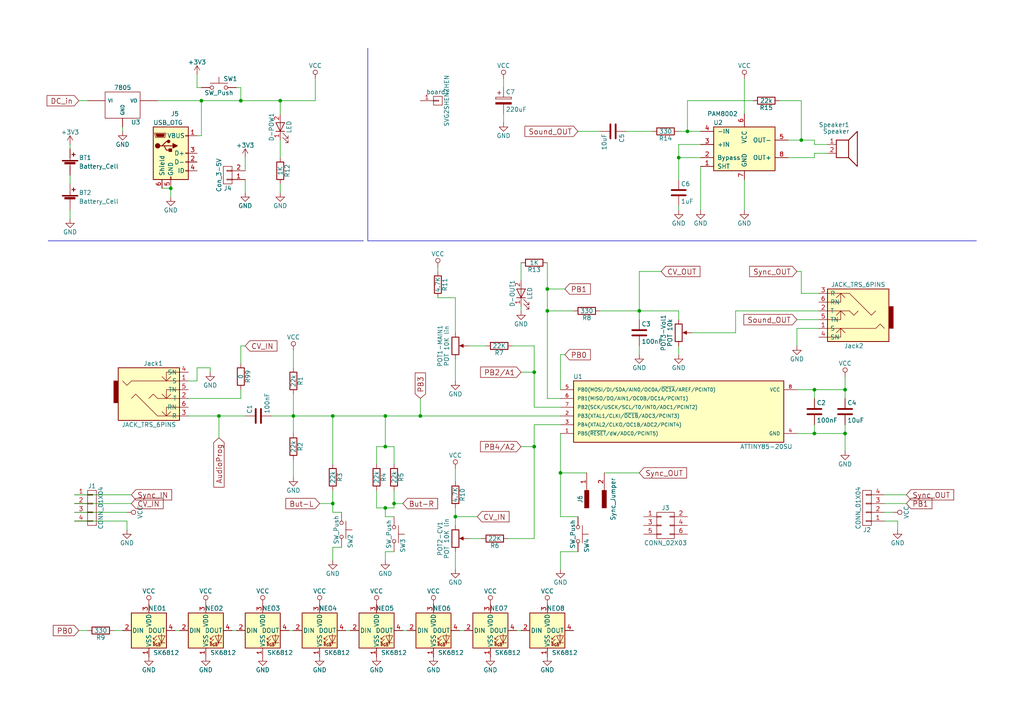
<source format=kicad_sch>
(kicad_sch (version 20230121) (generator eeschema)
  (paper "A4")
  (lib_symbols
    (symbol "MixtapeNEO-3000-rescue:+3V3" (power) (pin_names (offset 0))
      (property "Value" "+3V3" (at 0 3.556 0))
      (symbol "+3V3_1_1"
        (pin power_in line (at 0 0 90) (length 0) hide (name "+3V3") (number "1"))
      )
    )
    (symbol "MixtapeNEO-3000-rescue:7805" (pin_numbers hide) (pin_names (offset 0.762))
      (property "Reference" "U" (at 3.81 -4.9784 0))
      (property "Value" "7805" (at 0 5.08 0))
      (symbol "7805_1_1"
        (pin input line (at 0 -6.35 90) (length 2.54) (name "GND") (number "GND"))
        (pin input line (at -10.16 1.27 0) (length 5.08) (name "VI") (number "VI"))
        (pin power_out line (at 10.16 1.27 180) (length 5.08) (name "VO") (number "VO"))
      )
    )
    (symbol "MixtapeNEO-3000-rescue:ATTINY85-20SU" (pin_names (offset 1.016))
      (property "Reference" "U" (at -29.21 10.16 0))
      (property "Value" "ATTINY85-20SU" (at 25.4 -10.16 0))
      (symbol "ATTINY85-20SU_1_1"
        (pin bidirectional line (at -34.29 -6.35 0) (length 3.81) (name "PB5(~{RESET}/dW/ADC0/PCINT5)") (number "1"))
        (pin bidirectional line (at -34.29 -1.27 0) (length 3.81) (name "PB3(XTAL1/CLKI/~{OC1B}/ADC3/PCINT3)") (number "2"))
        (pin bidirectional line (at -34.29 -3.81 0) (length 3.81) (name "PB4(XTAL2/CLKO/OC1B/ADC2/PCINT4)") (number "3"))
        (pin power_in line (at 34.29 -6.35 180) (length 3.81) (name "GND") (number "4"))
        (pin bidirectional line (at -34.29 6.35 0) (length 3.81) (name "PB0(MOSI/DI/SDA/AIN0/OC0A/~{OC1A}/AREF/PCINT0)") (number "5"))
        (pin bidirectional line (at -34.29 3.81 0) (length 3.81) (name "PB1(MISO/DO/AIN1/OC0B/OC1A/PCINT1)") (number "6"))
        (pin bidirectional line (at -34.29 1.27 0) (length 3.81) (name "PB2(SCK/USCK/SCL/T0/INT0/ADC1/PCINT2)") (number "7"))
        (pin power_in line (at 34.29 6.35 180) (length 3.81) (name "VCC") (number "8"))
      )
    )
    (symbol "MixtapeNEO-3000-rescue:Battery_Cell" (pin_numbers hide) (pin_names (offset 0) hide)
      (property "Reference" "BT" (at 2.54 2.54 0))
      (property "Value" "Battery_Cell" (at 2.54 0 0))
      (symbol "Battery_Cell_1_1"
        (pin passive line (at 0 5.08 270) (length 2.54) (name "+") (number "1"))
        (pin passive line (at 0 -2.54 90) (length 2.54) (name "-") (number "2"))
      )
    )
    (symbol "MixtapeNEO-3000-rescue:C" (pin_numbers hide) (pin_names (offset 0.254))
      (property "Reference" "C" (at 0.635 2.54 0))
      (property "Value" "C" (at 0.635 -2.54 0))
      (symbol "C_1_1"
        (pin passive line (at 0 3.81 270) (length 2.794) (name "~") (number "1"))
        (pin passive line (at 0 -3.81 90) (length 2.794) (name "~") (number "2"))
      )
    )
    (symbol "MixtapeNEO-3000-rescue:CONN_01X01" (pin_names (offset 1.016) hide)
      (property "Reference" "J" (at 0 2.54 0))
      (property "Value" "CONN_01X01" (at 2.54 0 90))
      (symbol "CONN_01X01_1_1"
        (pin passive line (at -5.08 0 0) (length 3.81) (name "P1") (number "1"))
      )
    )
    (symbol "MixtapeNEO-3000-rescue:CONN_01X02" (pin_names (offset 1.016) hide)
      (property "Reference" "J" (at 0 3.81 0))
      (property "Value" "CONN_01X02" (at 2.54 0 90))
      (symbol "CONN_01X02_1_1"
        (pin passive line (at -5.08 1.27 0) (length 3.81) (name "P1") (number "1"))
        (pin passive line (at -5.08 -1.27 0) (length 3.81) (name "P2") (number "2"))
      )
    )
    (symbol "MixtapeNEO-3000-rescue:CONN_01X02_MALE" (pin_names (offset 1.016) hide)
      (property "Reference" "J" (at 0 4.445 0))
      (property "Value" "CONN_01X02_MALE" (at 0 -5.08 0))
      (symbol "CONN_01X02_MALE_1_1"
        (pin passive line (at 7.62 2.54 180) (length 5.08) (name "1") (number "1"))
        (pin passive line (at 7.62 -2.54 180) (length 5.08) (name "2") (number "2"))
      )
    )
    (symbol "MixtapeNEO-3000-rescue:CONN_01X04" (pin_names (offset 1.016) hide)
      (property "Reference" "J" (at 0 6.35 0))
      (property "Value" "CONN_01X04" (at 2.54 0 90))
      (symbol "CONN_01X04_1_1"
        (pin passive line (at -5.08 3.81 0) (length 3.81) (name "P1") (number "1"))
        (pin passive line (at -5.08 1.27 0) (length 3.81) (name "P2") (number "2"))
        (pin passive line (at -5.08 -1.27 0) (length 3.81) (name "P3") (number "3"))
        (pin passive line (at -5.08 -3.81 0) (length 3.81) (name "P4") (number "4"))
      )
    )
    (symbol "MixtapeNEO-3000-rescue:CONN_02X03" (pin_names (offset 0.0254) hide)
      (property "Reference" "J" (at 0 5.08 0))
      (property "Value" "CONN_02X03" (at 0 -5.08 0))
      (symbol "CONN_02X03_1_1"
        (pin passive line (at -6.35 2.54 0) (length 3.81) (name "P1") (number "1"))
        (pin passive line (at 6.35 2.54 180) (length 3.81) (name "P2") (number "2"))
        (pin passive line (at -6.35 0 0) (length 3.81) (name "P3") (number "3"))
        (pin passive line (at 6.35 0 180) (length 3.81) (name "P4") (number "4"))
        (pin passive line (at -6.35 -2.54 0) (length 3.81) (name "P5") (number "5"))
        (pin passive line (at 6.35 -2.54 180) (length 3.81) (name "P6") (number "6"))
      )
    )
    (symbol "MixtapeNEO-3000-rescue:CP" (pin_numbers hide) (pin_names (offset 0.254))
      (property "Reference" "C" (at 0.635 2.54 0))
      (property "Value" "CP" (at 0.635 -2.54 0))
      (symbol "CP_1_1"
        (pin passive line (at 0 3.81 270) (length 2.794) (name "~") (number "1"))
        (pin passive line (at 0 -3.81 90) (length 2.794) (name "~") (number "2"))
      )
    )
    (symbol "MixtapeNEO-3000-rescue:GND" (power) (pin_names (offset 0))
      (property "Value" "GND" (at 0 -3.81 0))
      (symbol "GND_1_1"
        (pin power_in line (at 0 0 270) (length 0) hide (name "GND") (number "1"))
      )
    )
    (symbol "MixtapeNEO-3000-rescue:JACK_TRS_6PINS" (pin_names (offset 0.762))
      (property "Reference" "J" (at 0 10.16 0))
      (property "Value" "JACK_TRS_6PINS" (at -1.27 -7.62 0))
      (symbol "JACK_TRS_6PINS_1_1"
        (pin passive line (at 10.16 5.08 180) (length 2.54) (name "S") (number "1"))
        (pin passive line (at 10.16 0 180) (length 2.54) (name "T") (number "2"))
        (pin passive line (at 10.16 -5.08 180) (length 2.54) (name "R") (number "3"))
        (pin passive line (at 10.16 7.62 180) (length 2.54) (name "SN") (number "4"))
        (pin passive line (at 10.16 2.54 180) (length 2.54) (name "TN") (number "5"))
        (pin passive line (at 10.16 -2.54 180) (length 2.54) (name "RN") (number "6"))
      )
    )
    (symbol "MixtapeNEO-3000-rescue:LED" (pin_names (offset 1.016) hide)
      (property "Reference" "D" (at 0 2.54 0))
      (property "Value" "LED" (at 0 -2.54 0))
      (symbol "LED_1_1"
        (pin passive line (at -3.81 0 0) (length 2.54) (name "K") (number "1"))
        (pin passive line (at 3.81 0 180) (length 2.54) (name "A") (number "2"))
      )
    )
    (symbol "MixtapeNEO-3000-rescue:PAM8002" (pin_names (offset 1.016))
      (property "Reference" "U" (at -7.62 7.62 0))
      (property "Value" "PAM8002" (at -6.35 10.16 0))
      (symbol "PAM8002_1_1"
        (pin passive line (at -12.7 -5.08 0) (length 3.81) (name "SHT") (number "1"))
        (pin input line (at -12.7 -2.54 0) (length 3.81) (name "Bypass") (number "2"))
        (pin input line (at -12.7 1.27 0) (length 3.81) (name "+IN") (number "3"))
        (pin input line (at -12.7 5.08 0) (length 3.81) (name "-IN") (number "4"))
        (pin output line (at 12.7 2.54 180) (length 3.81) (name "OUT-") (number "5"))
        (pin power_in line (at 0 10.16 270) (length 3.81) (name "VCC") (number "6"))
        (pin power_in line (at 0 -8.89 90) (length 2.54) (name "GND") (number "7"))
        (pin output line (at 12.7 -2.54 180) (length 3.81) (name "OUT+") (number "8"))
      )
    )
    (symbol "MixtapeNEO-3000-rescue:POT" (pin_numbers hide) (pin_names (offset 1.016) hide)
      (property "Reference" "RV" (at -4.445 0 90))
      (property "Value" "POT" (at -2.54 0 90))
      (symbol "POT_1_1"
        (pin passive line (at 0 3.81 270) (length 1.27) (name "1") (number "1"))
        (pin passive line (at 3.81 0 180) (length 1.27) (name "2") (number "2"))
        (pin passive line (at 0 -3.81 90) (length 1.27) (name "3") (number "3"))
      )
    )
    (symbol "MixtapeNEO-3000-rescue:R" (pin_numbers hide) (pin_names (offset 0))
      (property "Reference" "R" (at 2.032 0 90))
      (property "Value" "R" (at 0 0 90))
      (symbol "R_1_1"
        (pin passive line (at 0 3.81 270) (length 1.27) (name "~") (number "1"))
        (pin passive line (at 0 -3.81 90) (length 1.27) (name "~") (number "2"))
      )
    )
    (symbol "MixtapeNEO-3000-rescue:SK6812" (pin_names (offset 0.254))
      (property "Reference" "D" (at 5.08 5.715 0))
      (property "Value" "SK6812" (at 1.27 -5.715 0))
      (symbol "SK6812_0_0"
        (text "RGB" (at 2.286 -4.191 0) (effects (font (size 0.762 0.762))))
      )
      (symbol "SK6812_1_1"
        (pin power_in line (at 0 -7.62 90) (length 2.54) (name "VSS") (number "1"))
        (pin input line (at -7.62 0 0) (length 2.54) (name "DIN") (number "2"))
        (pin power_in line (at 0 7.62 270) (length 2.54) (name "VDD") (number "3"))
        (pin output line (at 7.62 0 180) (length 2.54) (name "DOUT") (number "4"))
      )
    )
    (symbol "MixtapeNEO-3000-rescue:Speaker" (pin_names (offset 0) hide)
      (property "Reference" "LS" (at 1.27 5.715 0))
      (property "Value" "Speaker" (at 1.27 3.81 0))
      (symbol "Speaker_1_1"
        (pin input line (at -5.08 0 0) (length 2.54) (name "1") (number "1"))
        (pin input line (at -5.08 -2.54 0) (length 2.54) (name "2") (number "2"))
      )
    )
    (symbol "MixtapeNEO-3000-rescue:USB_OTG" (pin_names (offset 1.016))
      (property "Reference" "J" (at -5.08 11.43 0))
      (property "Value" "USB_OTG" (at -5.08 8.89 0))
      (symbol "USB_OTG_1_1"
        (pin power_in line (at 7.62 5.08 180) (length 2.54) (name "VBUS") (number "1"))
        (pin passive line (at 7.62 -2.54 180) (length 2.54) (name "D-") (number "2"))
        (pin passive line (at 7.62 0 180) (length 2.54) (name "D+") (number "3"))
        (pin passive line (at 7.62 -5.08 180) (length 2.54) (name "ID") (number "4"))
        (pin power_in line (at 0 -10.16 90) (length 2.54) (name "GND") (number "5"))
        (pin passive line (at -2.54 -10.16 90) (length 2.54) (name "Shield") (number "6"))
      )
    )
    (symbol "MixtapeNEO-3000-rescue:VCC" (power) (pin_names (offset 0))
      (property "Value" "VCC" (at 0 3.81 0))
      (symbol "VCC_1_1"
        (pin power_in line (at 0 0 90) (length 0) hide (name "VCC") (number "1"))
      )
    )
    (symbol "mixtape_schematics:SW_Push" (pin_numbers hide) (pin_names (offset 1.016) hide)
      (property "Reference" "SW" (at 1.27 2.54 0))
      (property "Value" "SW_Push" (at 0 -1.524 0))
      (symbol "SW_Push_0_1"
        (pin passive line (at -5.08 0 0) (length 2.54) (name "1") (number "1"))
        (pin passive line (at 5.08 0 180) (length 2.54) (name "2") (number "2"))
      )
    )
  )
  (junction (at 232.41 40.64))
  (junction (at 245.11 125.73))
  (junction (at 158.75 83.82))
  (junction (at 69.85 29.21))
  (junction (at 121.92 120.65))
  (junction (at 49.53 54.61))
  (junction (at 158.75 90.17))
  (junction (at 196.85 45.72))
  (junction (at 111.76 129.54))
  (junction (at 111.76 147.32))
  (junction (at 185.42 90.17))
  (junction (at 63.5 120.65))
  (junction (at 81.28 29.21))
  (junction (at 111.76 120.65))
  (junction (at 245.11 113.03))
  (junction (at 96.52 146.05))
  (junction (at 154.94 129.54))
  (junction (at 114.3 146.05))
  (junction (at 154.94 107.95))
  (junction (at 236.22 125.73))
  (junction (at 58.42 29.21))
  (junction (at 199.39 38.1))
  (junction (at 162.56 137.16))
  (junction (at 96.52 120.65))
  (junction (at 85.09 120.65))
  (junction (at 132.08 149.86))
  (junction (at 236.22 113.03))
  (wire (pts (xy 203.2 41.91) (xy 196.85 41.91)))
  (wire (pts (xy 196.85 41.91) (xy 196.85 45.72)))
  (wire (pts (xy 175.26 137.16) (xy 185.42 137.16)))
  (wire (pts (xy 167.64 160.02) (xy 162.56 160.02)))
  (wire (pts (xy 111.76 129.54) (xy 111.76 120.65)))
  (wire (pts (xy 58.42 29.21) (xy 69.85 29.21)))
  (wire (pts (xy 146.05 33.02) (xy 146.05 35.56)))
  (polyline (pts (xy 106.68 13.97) (xy 106.68 69.85)))
  (wire (pts (xy 20.32 50.8) (xy 20.32 53.34)))
  (wire (pts (xy 231.14 95.25) (xy 237.49 95.25)))
  (wire (pts (xy 228.6 40.64) (xy 232.41 40.64)))
  (wire (pts (xy 57.15 39.37) (xy 58.42 39.37)))
  (wire (pts (xy 114.3 129.54) (xy 114.3 134.62)))
  (wire (pts (xy 54.61 120.65) (xy 63.5 120.65)))
  (wire (pts (xy 78.74 120.65) (xy 85.09 120.65)))
  (wire (pts (xy 69.85 115.57) (xy 69.85 113.03)))
  (wire (pts (xy 58.42 39.37) (xy 58.42 29.21)))
  (wire (pts (xy 162.56 125.73) (xy 162.56 137.16)))
  (wire (pts (xy 154.94 123.19) (xy 154.94 129.54)))
  (wire (pts (xy 232.41 40.64) (xy 236.22 40.64)))
  (wire (pts (xy 96.52 148.59) (xy 99.06 148.59)))
  (wire (pts (xy 21.59 148.59) (xy 36.83 148.59)))
  (wire (pts (xy 69.85 29.21) (xy 81.28 29.21)))
  (wire (pts (xy 215.9 52.07) (xy 215.9 60.96)))
  (wire (pts (xy 236.22 113.03) (xy 236.22 115.57)))
  (wire (pts (xy 158.75 115.57) (xy 162.56 115.57)))
  (wire (pts (xy 57.15 106.68) (xy 60.96 106.68)))
  (wire (pts (xy 154.94 123.19) (xy 162.56 123.19)))
  (wire (pts (xy 231.14 113.03) (xy 236.22 113.03)))
  (wire (pts (xy 127 86.36) (xy 132.08 86.36)))
  (wire (pts (xy 111.76 147.32) (xy 111.76 149.86)))
  (wire (pts (xy 132.08 147.32) (xy 132.08 149.86)))
  (wire (pts (xy 256.54 151.13) (xy 260.35 151.13)))
  (wire (pts (xy 111.76 147.32) (xy 114.3 147.32)))
  (wire (pts (xy 109.22 142.24) (xy 109.22 147.32)))
  (wire (pts (xy 81.28 29.21) (xy 91.44 29.21)))
  (wire (pts (xy 236.22 44.45) (xy 240.03 44.45)))
  (wire (pts (xy 69.85 100.33) (xy 69.85 105.41)))
  (wire (pts (xy 96.52 146.05) (xy 96.52 148.59)))
  (wire (pts (xy 200.66 96.52) (xy 213.36 96.52)))
  (wire (pts (xy 134.62 182.88) (xy 133.35 182.88)))
  (wire (pts (xy 185.42 90.17) (xy 185.42 92.71)))
  (wire (pts (xy 127 77.47) (xy 127 78.74)))
  (wire (pts (xy 154.94 118.11) (xy 162.56 118.11)))
  (wire (pts (xy 109.22 129.54) (xy 111.76 129.54)))
  (wire (pts (xy 162.56 149.86) (xy 167.64 149.86)))
  (wire (pts (xy 245.11 123.19) (xy 245.11 125.73)))
  (wire (pts (xy 132.08 160.02) (xy 132.08 165.1)))
  (wire (pts (xy 196.85 100.33) (xy 196.85 102.87)))
  (wire (pts (xy 196.85 59.69) (xy 196.85 60.96)))
  (wire (pts (xy 237.49 92.71) (xy 231.14 92.71)))
  (wire (pts (xy 35.56 36.83) (xy 35.56 38.1)))
  (wire (pts (xy 245.11 125.73) (xy 245.11 130.81)))
  (wire (pts (xy 151.13 129.54) (xy 154.94 129.54)))
  (wire (pts (xy 232.41 85.09) (xy 237.49 85.09)))
  (wire (pts (xy 151.13 88.9) (xy 151.13 90.17)))
  (wire (pts (xy 114.3 146.05) (xy 114.3 142.24)))
  (wire (pts (xy 85.09 120.65) (xy 85.09 125.73)))
  (wire (pts (xy 245.11 113.03) (xy 245.11 115.57)))
  (wire (pts (xy 240.03 41.91) (xy 236.22 41.91)))
  (wire (pts (xy 158.75 83.82) (xy 158.75 90.17)))
  (wire (pts (xy 109.22 129.54) (xy 109.22 134.62)))
  (wire (pts (xy 236.22 113.03) (xy 245.11 113.03)))
  (wire (pts (xy 158.75 90.17) (xy 158.75 115.57)))
  (wire (pts (xy 20.32 41.91) (xy 20.32 43.18)))
  (wire (pts (xy 196.85 90.17) (xy 196.85 92.71)))
  (wire (pts (xy 69.85 25.4) (xy 69.85 29.21)))
  (wire (pts (xy 231.14 78.74) (xy 232.41 78.74)))
  (wire (pts (xy 162.56 160.02) (xy 162.56 165.1)))
  (wire (pts (xy 158.75 90.17) (xy 166.37 90.17)))
  (wire (pts (xy 262.89 146.05) (xy 256.54 146.05)))
  (wire (pts (xy 22.86 29.21) (xy 25.4 29.21)))
  (wire (pts (xy 63.5 120.65) (xy 71.12 120.65)))
  (wire (pts (xy 116.84 146.05) (xy 114.3 146.05)))
  (wire (pts (xy 138.43 149.86) (xy 132.08 149.86)))
  (wire (pts (xy 60.96 106.68) (xy 60.96 107.95)))
  (wire (pts (xy 96.52 134.62) (xy 96.52 120.65)))
  (wire (pts (xy 96.52 142.24) (xy 96.52 146.05)))
  (wire (pts (xy 196.85 45.72) (xy 196.85 52.07)))
  (wire (pts (xy 111.76 129.54) (xy 114.3 129.54)))
  (wire (pts (xy 218.44 29.21) (xy 199.39 29.21)))
  (wire (pts (xy 111.76 120.65) (xy 121.92 120.65)))
  (wire (pts (xy 154.94 129.54) (xy 154.94 156.21)))
  (wire (pts (xy 111.76 160.02) (xy 111.76 162.56)))
  (wire (pts (xy 185.42 100.33) (xy 185.42 102.87)))
  (wire (pts (xy 121.92 115.57) (xy 121.92 120.65)))
  (wire (pts (xy 151.13 76.2) (xy 151.13 81.28)))
  (wire (pts (xy 154.94 107.95) (xy 154.94 118.11)))
  (wire (pts (xy 20.32 60.96) (xy 20.32 63.5)))
  (wire (pts (xy 236.22 45.72) (xy 236.22 44.45)))
  (wire (pts (xy 132.08 149.86) (xy 132.08 152.4)))
  (wire (pts (xy 111.76 149.86) (xy 114.3 149.86)))
  (wire (pts (xy 203.2 45.72) (xy 196.85 45.72)))
  (wire (pts (xy 199.39 29.21) (xy 199.39 38.1)))
  (wire (pts (xy 57.15 21.59) (xy 57.15 25.4)))
  (wire (pts (xy 91.44 29.21) (xy 91.44 22.86)))
  (wire (pts (xy 245.11 109.22) (xy 245.11 113.03)))
  (wire (pts (xy 132.08 135.89) (xy 132.08 139.7)))
  (wire (pts (xy 154.94 100.33) (xy 154.94 107.95)))
  (wire (pts (xy 213.36 90.17) (xy 237.49 90.17)))
  (wire (pts (xy 173.99 90.17) (xy 185.42 90.17)))
  (wire (pts (xy 121.92 120.65) (xy 162.56 120.65)))
  (wire (pts (xy 85.09 120.65) (xy 96.52 120.65)))
  (wire (pts (xy 162.56 137.16) (xy 162.56 149.86)))
  (wire (pts (xy 68.58 25.4) (xy 69.85 25.4)))
  (wire (pts (xy 135.89 100.33) (xy 140.97 100.33)))
  (wire (pts (xy 162.56 102.87) (xy 163.83 102.87)))
  (wire (pts (xy 132.08 104.14) (xy 132.08 110.49)))
  (wire (pts (xy 262.89 143.51) (xy 256.54 143.51)))
  (wire (pts (xy 57.15 110.49) (xy 57.15 106.68)))
  (wire (pts (xy 199.39 38.1) (xy 203.2 38.1)))
  (wire (pts (xy 236.22 125.73) (xy 236.22 123.19)))
  (wire (pts (xy 228.6 45.72) (xy 236.22 45.72)))
  (wire (pts (xy 49.53 54.61) (xy 49.53 57.15)))
  (wire (pts (xy 148.59 100.33) (xy 154.94 100.33)))
  (wire (pts (xy 49.53 54.61) (xy 46.99 54.61)))
  (wire (pts (xy 71.12 100.33) (xy 69.85 100.33)))
  (wire (pts (xy 189.23 38.1) (xy 181.61 38.1)))
  (wire (pts (xy 154.94 156.21) (xy 147.32 156.21)))
  (wire (pts (xy 132.08 86.36) (xy 132.08 96.52)))
  (wire (pts (xy 85.09 101.6) (xy 85.09 106.68)))
  (wire (pts (xy 22.86 182.88) (xy 25.4 182.88)))
  (wire (pts (xy 185.42 90.17) (xy 196.85 90.17)))
  (wire (pts (xy 101.6 182.88) (xy 100.33 182.88)))
  (wire (pts (xy 203.2 48.26) (xy 203.2 60.96)))
  (wire (pts (xy 118.11 182.88) (xy 116.84 182.88)))
  (wire (pts (xy 54.61 115.57) (xy 69.85 115.57)))
  (wire (pts (xy 185.42 78.74) (xy 185.42 90.17)))
  (wire (pts (xy 213.36 96.52) (xy 213.36 90.17)))
  (polyline (pts (xy 106.68 69.85) (xy 283.21 69.85)))
  (wire (pts (xy 256.54 148.59) (xy 259.08 148.59)))
  (wire (pts (xy 226.06 29.21) (xy 232.41 29.21)))
  (wire (pts (xy 68.58 182.88) (xy 67.31 182.88)))
  (wire (pts (xy 36.83 151.13) (xy 36.83 153.67)))
  (wire (pts (xy 96.52 158.75) (xy 96.52 162.56)))
  (wire (pts (xy 45.72 29.21) (xy 58.42 29.21)))
  (wire (pts (xy 96.52 120.65) (xy 111.76 120.65)))
  (wire (pts (xy 81.28 53.34) (xy 81.28 55.88)))
  (wire (pts (xy 196.85 38.1) (xy 199.39 38.1)))
  (wire (pts (xy 162.56 137.16) (xy 170.18 137.16)))
  (wire (pts (xy 232.41 78.74) (xy 232.41 85.09)))
  (wire (pts (xy 81.28 29.21) (xy 81.28 33.02)))
  (wire (pts (xy 21.59 146.05) (xy 38.1 146.05)))
  (wire (pts (xy 151.13 182.88) (xy 149.86 182.88)))
  (wire (pts (xy 21.59 151.13) (xy 36.83 151.13)))
  (wire (pts (xy 163.83 83.82) (xy 158.75 83.82)))
  (wire (pts (xy 63.5 127) (xy 63.5 120.65)))
  (wire (pts (xy 232.41 29.21) (xy 232.41 40.64)))
  (wire (pts (xy 21.59 143.51) (xy 38.1 143.51)))
  (polyline (pts (xy 105.41 69.85) (xy 13.97 69.85)))
  (wire (pts (xy 135.89 156.21) (xy 139.7 156.21)))
  (wire (pts (xy 109.22 147.32) (xy 111.76 147.32)))
  (wire (pts (xy 146.05 22.86) (xy 146.05 25.4)))
  (wire (pts (xy 85.09 182.88) (xy 83.82 182.88)))
  (wire (pts (xy 231.14 125.73) (xy 236.22 125.73)))
  (wire (pts (xy 236.22 41.91) (xy 236.22 40.64)))
  (wire (pts (xy 85.09 133.35) (xy 85.09 138.43)))
  (wire (pts (xy 236.22 125.73) (xy 245.11 125.73)))
  (wire (pts (xy 71.12 52.07) (xy 71.12 55.88)))
  (wire (pts (xy 71.12 45.72) (xy 71.12 49.53)))
  (wire (pts (xy 99.06 158.75) (xy 96.52 158.75)))
  (wire (pts (xy 92.71 146.05) (xy 96.52 146.05)))
  (wire (pts (xy 52.07 182.88) (xy 50.8 182.88)))
  (wire (pts (xy 114.3 147.32) (xy 114.3 146.05)))
  (wire (pts (xy 35.56 182.88) (xy 33.02 182.88)))
  (wire (pts (xy 185.42 78.74) (xy 191.77 78.74)))
  (wire (pts (xy 114.3 160.02) (xy 111.76 160.02)))
  (wire (pts (xy 81.28 40.64) (xy 81.28 45.72)))
  (wire (pts (xy 162.56 113.03) (xy 162.56 102.87)))
  (wire (pts (xy 57.15 25.4) (xy 58.42 25.4)))
  (wire (pts (xy 260.35 151.13) (xy 260.35 153.67)))
  (wire (pts (xy 151.13 107.95) (xy 154.94 107.95)))
  (wire (pts (xy 231.14 95.25) (xy 231.14 100.33)))
  (wire (pts (xy 85.09 114.3) (xy 85.09 120.65)))
  (wire (pts (xy 167.64 38.1) (xy 173.99 38.1)))
  (wire (pts (xy 158.75 76.2) (xy 158.75 83.82)))
  (wire (pts (xy 54.61 110.49) (xy 57.15 110.49)))
  (wire (pts (xy 215.9 22.86) (xy 215.9 33.02)))
  (global_label "PB0" (shape input) (at 22.86 182.88 180) (effects (font (size 1.524 1.524))) (property "Intersheetrefs" "${INTERSHEET_REFS}" (effects hide)))
  (global_label "PB1" (shape input) (at 163.83 83.82 0) (effects (font (size 1.524 1.524))) (property "Intersheetrefs" "${INTERSHEET_REFS}" (effects hide)))
  (global_label "AudioProg" (shape input) (at 63.5 127 270) (effects (font (size 1.524 1.524))) (property "Intersheetrefs" "${INTERSHEET_REFS}" (effects hide)))
  (global_label "CV_IN" (shape input) (at 138.43 149.86 0) (effects (font (size 1.524 1.524))) (property "Intersheetrefs" "${INTERSHEET_REFS}" (effects hide)))
  (global_label "Sound_OUT" (shape input) (at 231.14 92.71 180) (effects (font (size 1.524 1.524))) (property "Intersheetrefs" "${INTERSHEET_REFS}" (effects hide)))
  (global_label "PB1" (shape input) (at 262.89 146.05 0) (effects (font (size 1.524 1.524))) (property "Intersheetrefs" "${INTERSHEET_REFS}" (effects hide)))
  (global_label "PB2/A1" (shape input) (at 151.13 107.95 180) (effects (font (size 1.524 1.524))) (property "Intersheetrefs" "${INTERSHEET_REFS}" (effects hide)))
  (global_label "Sync_IN" (shape input) (at 38.1 143.51 0) (effects (font (size 1.524 1.524))) (property "Intersheetrefs" "${INTERSHEET_REFS}" (effects hide)))
  (global_label "PB4/A2" (shape input) (at 151.13 129.54 180) (effects (font (size 1.524 1.524))) (property "Intersheetrefs" "${INTERSHEET_REFS}" (effects hide)))
  (global_label "PB0" (shape input) (at 163.83 102.87 0) (effects (font (size 1.524 1.524))) (property "Intersheetrefs" "${INTERSHEET_REFS}" (effects hide)))
  (global_label "Sync_OUT" (shape input) (at 185.42 137.16 0) (effects (font (size 1.524 1.524))) (property "Intersheetrefs" "${INTERSHEET_REFS}" (effects hide)))
  (global_label "Sync_OUT" (shape input) (at 262.89 143.51 0) (effects (font (size 1.524 1.524))) (property "Intersheetrefs" "${INTERSHEET_REFS}" (effects hide)))
  (global_label "But-R" (shape input) (at 116.84 146.05 0) (effects (font (size 1.524 1.524))) (property "Intersheetrefs" "${INTERSHEET_REFS}" (effects hide)))
  (global_label "Sound_OUT" (shape input) (at 167.64 38.1 180) (effects (font (size 1.524 1.524))) (property "Intersheetrefs" "${INTERSHEET_REFS}" (effects hide)))
  (global_label "CV_IN" (shape input) (at 71.12 100.33 0) (effects (font (size 1.524 1.524))) (property "Intersheetrefs" "${INTERSHEET_REFS}" (effects hide)))
  (global_label "CV_IN" (shape input) (at 38.1 146.05 0) (effects (font (size 1.524 1.524))) (property "Intersheetrefs" "${INTERSHEET_REFS}" (effects hide)))
  (global_label "Sync_OUT" (shape input) (at 231.14 78.74 180) (effects (font (size 1.524 1.524))) (property "Intersheetrefs" "${INTERSHEET_REFS}" (effects hide)))
  (global_label "CV_OUT" (shape input) (at 191.77 78.74 0) (effects (font (size 1.524 1.524))) (property "Intersheetrefs" "${INTERSHEET_REFS}" (effects hide)))
  (global_label "PB3" (shape input) (at 121.92 115.57 90) (effects (font (size 1.524 1.524))) (property "Intersheetrefs" "${INTERSHEET_REFS}" (effects hide)))
  (global_label "DC_in" (shape input) (at 22.86 29.21 180) (effects (font (size 1.524 1.524))) (property "Intersheetrefs" "${INTERSHEET_REFS}" (effects hide)))
  (global_label "But-L" (shape input) (at 92.71 146.05 180) (effects (font (size 1.524 1.524))) (property "Intersheetrefs" "${INTERSHEET_REFS}" (effects hide)))
  (symbol (lib_id "MixtapeNEO-3000-rescue:POT") (at 132.08 156.21 0) (unit 1)
    (property "Reference" "POT2-CV1" (at 127.635 156.21 90))
    (property "Value" "POT 10K lin" (at 129.54 156.21 90))
    (property "Footprint" "8BitMixtape3000-MutanMonkey:Potentiometer_backPads_noHole" (effects hide))
  )
  (symbol (lib_id "MixtapeNEO-3000-rescue:POT") (at 132.08 100.33 0) (unit 1)
    (property "Reference" "POT1-MAIN1" (at 127.635 100.33 90))
    (property "Value" "POT 10K lin" (at 129.54 100.33 90))
    (property "Footprint" "8BitMixtape3000-MutanMonkey:Potentiometer_backPads_noHole" (effects hide))
  )
  (symbol (lib_id "MixtapeNEO-3000-rescue:POT") (at 196.85 96.52 0) (unit 1)
    (property "Reference" "POT3-Vol1" (at 192.405 96.52 90))
    (property "Value" "POT 10k" (at 194.31 96.52 90))
    (property "Footprint" "8BitMixtape3000-MutanMonkey:Potentiometer_wheel" (effects hide))
  )
  (symbol (lib_id "MixtapeNEO-3000-rescue:JACK_TRS_6PINS") (at 247.65 90.17 180) (unit 1)
    (property "Reference" "Jack2" (at 247.65 100.33 0))
    (property "Value" "JACK_TRS_6PINS" (at 248.92 82.55 0))
    (property "Footprint" "8BitMixtape3000-MutanMonkey:AUDIO-Jack_3.5mm_5Pin" (effects hide))
  )
  (symbol (lib_id "MixtapeNEO-3000-rescue:JACK_TRS_6PINS") (at 44.45 115.57 0) (unit 1)
    (property "Reference" "Jack1" (at 44.45 105.41 0))
    (property "Value" "JACK_TRS_6PINS" (at 43.18 123.19 0))
    (property "Footprint" "8BitMixtape3000-MutanMonkey:AUDIO-Jack_3.5mm_5Pin" (effects hide))
  )
  (symbol (lib_id "MixtapeNEO-3000-rescue:R") (at 127 82.55 0) (unit 1)
    (property "Reference" "R11" (at 129.032 82.55 90))
    (property "Value" "4.7K" (at 127 82.55 90))
    (property "Footprint" "8BitMixtape3000-MutanMonkey:R_1206_HandSoldering" (effects hide))
  )
  (symbol (lib_id "MixtapeNEO-3000-rescue:R") (at 132.08 143.51 0) (unit 1)
    (property "Reference" "R10" (at 134.112 143.51 90))
    (property "Value" "4.7K" (at 132.08 143.51 90))
    (property "Footprint" "8BitMixtape3000-MutanMonkey:R_1206_HandSoldering" (effects hide))
  )
  (symbol (lib_id "MixtapeNEO-3000-rescue:C") (at 74.93 120.65 90) (unit 1)
    (property "Reference" "C1" (at 72.39 120.015 0) (effects (justify left)))
    (property "Value" "100nF" (at 77.47 120.015 0) (effects (justify left)))
    (property "Footprint" "8BitMixtape3000-MutanMonkey:C_1206_HandSoldering" (effects hide))
  )
  (symbol (lib_id "MixtapeNEO-3000-rescue:C") (at 236.22 119.38 0) (unit 1)
    (property "Reference" "C2" (at 236.855 116.84 0) (effects (justify left)))
    (property "Value" "100nF" (at 236.855 121.92 0) (effects (justify left)))
    (property "Footprint" "8BitMixtape3000-MutanMonkey:C_1206_HandSoldering" (effects hide))
  )
  (symbol (lib_id "MixtapeNEO-3000-rescue:C") (at 185.42 96.52 0) (unit 1)
    (property "Reference" "C3" (at 186.055 93.98 0) (effects (justify left)))
    (property "Value" "100nF" (at 186.055 99.06 0) (effects (justify left)))
    (property "Footprint" "8BitMixtape3000-MutanMonkey:C_1206_HandSoldering" (effects hide))
  )
  (symbol (lib_id "MixtapeNEO-3000-rescue:GND") (at 132.08 110.49 0) (unit 1)
    (property "Reference" "#PWR01" (effects hide))
    (property "Value" "GND" (at 132.08 114.3 0))
  )
  (symbol (lib_id "MixtapeNEO-3000-rescue:VCC") (at 127 77.47 0) (unit 1)
    (property "Reference" "#PWR02" (effects hide))
    (property "Value" "VCC" (at 127 73.66 0))
  )
  (symbol (lib_id "MixtapeNEO-3000-rescue:VCC") (at 132.08 135.89 0) (unit 1)
    (property "Reference" "#PWR03" (effects hide))
    (property "Value" "VCC" (at 132.08 132.08 0))
  )
  (symbol (lib_id "MixtapeNEO-3000-rescue:R") (at 144.78 100.33 270) (unit 1)
    (property "Reference" "R7" (at 144.78 102.362 90))
    (property "Value" "22K" (at 144.78 100.33 90))
    (property "Footprint" "8BitMixtape3000-MutanMonkey:R_1206_HandSoldering" (effects hide))
  )
  (symbol (lib_id "MixtapeNEO-3000-rescue:R") (at 143.51 156.21 270) (unit 1)
    (property "Reference" "R6" (at 143.51 158.242 90))
    (property "Value" "22K" (at 143.51 156.21 90))
    (property "Footprint" "8BitMixtape3000-MutanMonkey:R_1206_HandSoldering" (effects hide))
  )
  (symbol (lib_id "MixtapeNEO-3000-rescue:R") (at 85.09 110.49 0) (unit 1)
    (property "Reference" "R1" (at 87.122 110.49 90))
    (property "Value" "22k" (at 85.09 110.49 90))
    (property "Footprint" "8BitMixtape3000-MutanMonkey:R_1206_HandSoldering" (effects hide))
  )
  (symbol (lib_id "MixtapeNEO-3000-rescue:R") (at 85.09 129.54 0) (unit 1)
    (property "Reference" "R2" (at 87.122 129.54 90))
    (property "Value" "22k" (at 85.09 129.54 90))
    (property "Footprint" "8BitMixtape3000-MutanMonkey:R_1206_HandSoldering" (effects hide))
  )
  (symbol (lib_id "MixtapeNEO-3000-rescue:GND") (at 85.09 138.43 0) (unit 1)
    (property "Reference" "#PWR04" (effects hide))
    (property "Value" "GND" (at 85.09 142.24 0))
  )
  (symbol (lib_id "MixtapeNEO-3000-rescue:VCC") (at 85.09 101.6 0) (unit 1)
    (property "Reference" "#PWR05" (effects hide))
    (property "Value" "VCC" (at 85.09 97.79 0))
  )
  (symbol (lib_id "MixtapeNEO-3000-rescue:GND") (at 132.08 165.1 0) (unit 1)
    (property "Reference" "#PWR06" (effects hide))
    (property "Value" "GND" (at 132.08 168.91 0))
  )
  (symbol (lib_id "MixtapeNEO-3000-rescue:R") (at 96.52 138.43 0) (unit 1)
    (property "Reference" "R3" (at 98.552 138.43 90))
    (property "Value" "22k" (at 96.52 138.43 90))
    (property "Footprint" "8BitMixtape3000-MutanMonkey:R_1206_HandSoldering" (effects hide))
  )
  (symbol (lib_id "MixtapeNEO-3000-rescue:R") (at 109.22 138.43 0) (unit 1)
    (property "Reference" "R4" (at 111.252 138.43 90))
    (property "Value" "22k" (at 109.22 138.43 90))
    (property "Footprint" "8BitMixtape3000-MutanMonkey:R_1206_HandSoldering" (effects hide))
  )
  (symbol (lib_id "MixtapeNEO-3000-rescue:R") (at 114.3 138.43 0) (unit 1)
    (property "Reference" "R5" (at 116.332 138.43 90))
    (property "Value" "22k" (at 114.3 138.43 90))
    (property "Footprint" "8BitMixtape3000-MutanMonkey:R_1206_HandSoldering" (effects hide))
  )
  (symbol (lib_id "MixtapeNEO-3000-rescue:GND") (at 111.76 162.56 0) (unit 1)
    (property "Reference" "#PWR07" (effects hide))
    (property "Value" "GND" (at 111.76 166.37 0))
  )
  (symbol (lib_id "MixtapeNEO-3000-rescue:GND") (at 96.52 162.56 0) (unit 1)
    (property "Reference" "#PWR08" (effects hide))
    (property "Value" "GND" (at 96.52 166.37 0))
  )
  (symbol (lib_id "MixtapeNEO-3000-rescue:R") (at 170.18 90.17 270) (unit 1)
    (property "Reference" "R8" (at 170.18 92.202 90))
    (property "Value" "330" (at 170.18 90.17 90))
    (property "Footprint" "8BitMixtape3000-MutanMonkey:R_1206_HandSoldering" (effects hide))
  )
  (symbol (lib_id "MixtapeNEO-3000-rescue:GND") (at 185.42 102.87 0) (unit 1)
    (property "Reference" "#PWR09" (effects hide))
    (property "Value" "GND" (at 185.42 106.68 0))
  )
  (symbol (lib_id "MixtapeNEO-3000-rescue:GND") (at 196.85 102.87 0) (unit 1)
    (property "Reference" "#PWR010" (effects hide))
    (property "Value" "GND" (at 196.85 106.68 0))
  )
  (symbol (lib_id "MixtapeNEO-3000-rescue:GND") (at 231.14 100.33 0) (unit 1)
    (property "Reference" "#PWR011" (effects hide))
    (property "Value" "GND" (at 231.14 104.14 0))
  )
  (symbol (lib_id "MixtapeNEO-3000-rescue:GND") (at 60.96 107.95 0) (unit 1)
    (property "Reference" "#PWR012" (effects hide))
    (property "Value" "GND" (at 60.96 111.76 0))
  )
  (symbol (lib_id "MixtapeNEO-3000-rescue:GND") (at 36.83 153.67 0) (unit 1)
    (property "Reference" "#PWR013" (effects hide))
    (property "Value" "GND" (at 36.83 157.48 0))
  )
  (symbol (lib_id "MixtapeNEO-3000-rescue:VCC") (at 36.83 148.59 270) (unit 1)
    (property "Reference" "#PWR014" (effects hide))
    (property "Value" "VCC" (at 40.64 148.59 0))
  )
  (symbol (lib_id "MixtapeNEO-3000-rescue:CONN_01X02_MALE") (at 172.72 144.78 90) (unit 1)
    (property "Reference" "J6" (at 168.275 144.78 0))
    (property "Value" "Sync_Jumper" (at 177.8 144.78 0))
    (property "Footprint" "8BitMixtape3000-MutanMonkey:Sync_jumper" (effects hide))
  )
  (symbol (lib_id "MixtapeNEO-3000-rescue:C") (at 245.11 119.38 0) (unit 1)
    (property "Reference" "C4" (at 245.745 116.84 0) (effects (justify left)))
    (property "Value" "10uF" (at 245.745 121.92 0) (effects (justify left)))
    (property "Footprint" "8BitMixtape3000-MutanMonkey:C_1206_HandSoldering" (effects hide))
  )
  (symbol (lib_id "MixtapeNEO-3000-rescue:VCC") (at 245.11 109.22 0) (unit 1)
    (property "Reference" "#PWR015" (effects hide))
    (property "Value" "VCC" (at 245.11 105.41 0))
  )
  (symbol (lib_id "MixtapeNEO-3000-rescue:GND") (at 245.11 130.81 0) (unit 1)
    (property "Reference" "#PWR016" (effects hide))
    (property "Value" "GND" (at 245.11 134.62 0))
  )
  (symbol (lib_id "MixtapeNEO-3000-rescue:GND") (at 162.56 165.1 0) (unit 1)
    (property "Reference" "#PWR017" (effects hide))
    (property "Value" "GND" (at 162.56 168.91 0))
  )
  (symbol (lib_id "MixtapeNEO-3000-rescue:ATTINY85-20SU") (at 196.85 119.38 0) (unit 1)
    (property "Reference" "U1" (at 167.64 109.22 0))
    (property "Value" "ATTINY85-20SU" (at 222.25 129.54 0))
    (property "Footprint" "8BitMixtape3000-MutanMonkey:Attiny_DIP-8_W7.62mm_mod" (effects hide))
  )
  (symbol (lib_id "mixtape_schematics:SW_Push") (at 63.5 25.4 0) (unit 1)
    (property "Reference" "SW1" (at 64.77 22.86 0) (effects (justify left)))
    (property "Value" "SW_Push" (at 63.5 26.924 0))
    (property "Footprint" "8BitMixtape3000-MutanMonkey:Push_SWITCH_hole" (effects hide))
  )
  (symbol (lib_id "mixtape_schematics:SW_Push") (at 99.06 153.67 270) (unit 1)
    (property "Reference" "SW2" (at 101.6 154.94 0) (effects (justify left)))
    (property "Value" "SW_Push" (at 97.536 153.67 0))
    (property "Footprint" "8BitMixtape3000-MutanMonkey:TACTILE-PTH_6mm_SMD" (effects hide))
  )
  (symbol (lib_id "mixtape_schematics:SW_Push") (at 114.3 154.94 270) (unit 1)
    (property "Reference" "SW3" (at 116.84 156.21 0) (effects (justify left)))
    (property "Value" "SW_Push" (at 112.776 154.94 0))
    (property "Footprint" "8BitMixtape3000-MutanMonkey:TACTILE-PTH_6mm_SMD" (effects hide))
  )
  (symbol (lib_id "MixtapeNEO-3000-rescue:LED") (at 151.13 85.09 90) (unit 1)
    (property "Reference" "D-OUT1" (at 148.59 85.09 0))
    (property "Value" "LED" (at 153.67 85.09 0))
    (property "Footprint" "8BitMixtape3000-MutanMonkey:LED_2835_minimal" (effects hide))
  )
  (symbol (lib_id "MixtapeNEO-3000-rescue:R") (at 154.94 76.2 270) (unit 1)
    (property "Reference" "R13" (at 154.94 78.232 90))
    (property "Value" "1K" (at 154.94 76.2 90))
    (property "Footprint" "8BitMixtape3000-MutanMonkey:R_1206_HandSoldering" (effects hide))
  )
  (symbol (lib_id "MixtapeNEO-3000-rescue:GND") (at 151.13 90.17 0) (unit 1)
    (property "Reference" "#PWR018" (effects hide))
    (property "Value" "GND" (at 151.13 93.98 0))
  )
  (symbol (lib_id "MixtapeNEO-3000-rescue:7805") (at 35.56 30.48 0) (unit 1)
    (property "Reference" "U3" (at 39.37 35.4584 0))
    (property "Value" "7805" (at 35.56 25.4 0))
    (property "Footprint" "TO_SOT_Packages_SMD:TO-252-3_TabPin2" (effects hide))
  )
  (symbol (lib_id "MixtapeNEO-3000-rescue:GND") (at 35.56 38.1 0) (unit 1)
    (property "Reference" "#PWR019" (effects hide))
    (property "Value" "GND" (at 35.56 41.91 0))
  )
  (symbol (lib_id "MixtapeNEO-3000-rescue:VCC") (at 91.44 22.86 0) (unit 1)
    (property "Reference" "#PWR020" (effects hide))
    (property "Value" "VCC" (at 91.44 19.05 0))
  )
  (symbol (lib_id "MixtapeNEO-3000-rescue:USB_OTG") (at 49.53 44.45 0) (unit 1)
    (property "Reference" "J5" (at 49.53 33.02 0) (effects (justify left)))
    (property "Value" "USB_OTG" (at 44.45 35.56 0) (effects (justify left)))
    (property "Footprint" "8BitMixtape-3000:USB_Micro-B" (effects hide))
  )
  (symbol (lib_id "MixtapeNEO-3000-rescue:GND") (at 49.53 57.15 0) (unit 1)
    (property "Reference" "#PWR021" (effects hide))
    (property "Value" "GND" (at 49.53 60.96 0))
  )
  (symbol (lib_id "MixtapeNEO-3000-rescue:LED") (at 81.28 36.83 90) (unit 1)
    (property "Reference" "D-POW1" (at 78.74 36.83 0))
    (property "Value" "LED" (at 83.82 36.83 0))
    (property "Footprint" "8BitMixtape3000-MutanMonkey:LED_2835_minimal" (effects hide))
  )
  (symbol (lib_id "MixtapeNEO-3000-rescue:R") (at 81.28 49.53 0) (unit 1)
    (property "Reference" "R12" (at 83.312 49.53 90))
    (property "Value" "1K" (at 81.28 49.53 90))
    (property "Footprint" "8BitMixtape3000-MutanMonkey:R_1206_HandSoldering" (effects hide))
  )
  (symbol (lib_id "MixtapeNEO-3000-rescue:GND") (at 81.28 55.88 0) (unit 1)
    (property "Reference" "#PWR022" (effects hide))
    (property "Value" "GND" (at 81.28 59.69 0))
  )
  (symbol (lib_id "mixtape_schematics:SW_Push") (at 167.64 154.94 270) (unit 1)
    (property "Reference" "SW4" (at 170.18 156.21 0) (effects (justify left)))
    (property "Value" "SW_Push" (at 166.116 154.94 0))
    (property "Footprint" "8BitMixtape-3000:SW_SPST_FSMSM" (effects hide))
  )
  (symbol (lib_id "MixtapeNEO-3000-rescue:CONN_02X03") (at 193.04 152.4 0) (unit 1)
    (property "Reference" "J3" (at 193.04 147.32 0))
    (property "Value" "CONN_02X03" (at 193.04 157.48 0))
    (property "Footprint" "8BitMixtape-3000:Socket_Strip_Straight_2x03_Pitch2.54mm" (effects hide))
  )
  (symbol (lib_id "MixtapeNEO-3000-rescue:CONN_01X04") (at 251.46 147.32 180) (unit 1)
    (property "Reference" "J2" (at 251.46 153.67 0))
    (property "Value" "CONN_01X04" (at 248.92 147.32 90))
    (property "Footprint" "8BitMixtape3000-MutanMonkey:Angled_1x04_Pitch2.54mm-flip" (effects hide))
  )
  (symbol (lib_id "MixtapeNEO-3000-rescue:GND") (at 260.35 153.67 0) (unit 1)
    (property "Reference" "#PWR023" (effects hide))
    (property "Value" "GND" (at 260.35 157.48 0))
  )
  (symbol (lib_id "MixtapeNEO-3000-rescue:VCC") (at 259.08 148.59 270) (unit 1)
    (property "Reference" "#PWR024" (effects hide))
    (property "Value" "VCC" (at 262.89 148.59 0))
  )
  (symbol (lib_id "MixtapeNEO-3000-rescue:CONN_01X02") (at 66.04 50.8 180) (unit 1)
    (property "Reference" "J4" (at 66.04 54.61 0))
    (property "Value" "Con_3-5V" (at 63.5 50.8 90))
    (property "Footprint" "8BitMixtape3000-MutanMonkey:Bat_connector_SMD" (effects hide))
  )
  (symbol (lib_id "MixtapeNEO-3000-rescue:GND") (at 71.12 55.88 0) (unit 1)
    (property "Reference" "#PWR025" (effects hide))
    (property "Value" "GND" (at 71.12 59.69 0))
  )
  (symbol (lib_id "MixtapeNEO-3000-rescue:+3V3") (at 57.15 21.59 0) (unit 1)
    (property "Reference" "#PWR026" (effects hide))
    (property "Value" "+3V3" (at 57.15 18.034 0))
  )
  (symbol (lib_id "MixtapeNEO-3000-rescue:+3V3") (at 71.12 45.72 0) (unit 1)
    (property "Reference" "#PWR027" (effects hide))
    (property "Value" "+3V3" (at 71.12 42.164 0))
  )
  (symbol (lib_id "MixtapeNEO-3000-rescue:GND") (at 43.18 190.5 0) (unit 1)
    (property "Reference" "#PWR028" (effects hide))
    (property "Value" "GND" (at 43.18 194.31 0))
  )
  (symbol (lib_id "MixtapeNEO-3000-rescue:VCC") (at 43.18 175.26 0) (unit 1)
    (property "Reference" "#PWR029" (effects hide))
    (property "Value" "VCC" (at 43.18 171.45 0))
  )
  (symbol (lib_id "MixtapeNEO-3000-rescue:R") (at 29.21 182.88 270) (unit 1)
    (property "Reference" "R9" (at 29.21 184.912 90))
    (property "Value" "330" (at 29.21 182.88 90))
    (property "Footprint" "8BitMixtape3000-MutanMonkey:R_1206_HandSoldering" (effects hide))
  )
  (symbol (lib_id "MixtapeNEO-3000-rescue:CONN_01X01") (at 127 29.21 0) (unit 1)
    (property "Reference" "board1" (at 127 26.67 0))
    (property "Value" "SVG2SHENZHEN" (at 129.54 29.21 90))
    (property "Footprint" "8BitMixtape3000-MutanMonkey:MixtapeNEO-3000" (effects hide))
  )
  (symbol (lib_id "MixtapeNEO-3000-rescue:CONN_01X04") (at 26.67 147.32 0) (unit 1)
    (property "Reference" "J1" (at 26.67 140.97 0))
    (property "Value" "CONN_01X04" (at 29.21 147.32 90))
    (property "Footprint" "8BitMixtape3000-MutanMonkey:Angled_1x04_Pitch2.54mm-flip" (effects hide))
  )
  (symbol (lib_id "MixtapeNEO-3000-rescue:PAM8002") (at 215.9 43.18 0) (unit 1)
    (property "Reference" "U2" (at 208.28 35.56 0))
    (property "Value" "PAM8002" (at 209.55 33.02 0))
    (property "Footprint" "8BitMixtape3000-MutanMonkey:SO-8_5.3x6.2mm_Pitch1.27mm" (effects hide))
  )
  (symbol (lib_id "MixtapeNEO-3000-rescue:R") (at 193.04 38.1 270) (unit 1)
    (property "Reference" "R14" (at 193.04 40.132 90))
    (property "Value" "330" (at 193.04 38.1 90))
    (property "Footprint" "8BitMixtape3000-MutanMonkey:R_1206_HandSoldering" (effects hide))
  )
  (symbol (lib_id "MixtapeNEO-3000-rescue:R") (at 222.25 29.21 270) (unit 1)
    (property "Reference" "R15" (at 222.25 31.242 90))
    (property "Value" "22k" (at 222.25 29.21 90))
    (property "Footprint" "8BitMixtape3000-MutanMonkey:R_1206_HandSoldering" (effects hide))
  )
  (symbol (lib_id "MixtapeNEO-3000-rescue:C") (at 177.8 38.1 270) (unit 1)
    (property "Reference" "C5" (at 180.34 38.735 0) (effects (justify left)))
    (property "Value" "10uF" (at 175.26 38.735 0) (effects (justify left)))
    (property "Footprint" "8BitMixtape3000-MutanMonkey:C_1206_HandSoldering" (effects hide))
  )
  (symbol (lib_id "MixtapeNEO-3000-rescue:C") (at 196.85 55.88 0) (unit 1)
    (property "Reference" "C6" (at 197.485 53.34 0) (effects (justify left)))
    (property "Value" "1uF" (at 197.485 58.42 0) (effects (justify left)))
    (property "Footprint" "8BitMixtape3000-MutanMonkey:C_1206_HandSoldering" (effects hide))
  )
  (symbol (lib_id "MixtapeNEO-3000-rescue:VCC") (at 215.9 22.86 0) (unit 1)
    (property "Reference" "#PWR030" (effects hide))
    (property "Value" "VCC" (at 215.9 19.05 0))
  )
  (symbol (lib_id "MixtapeNEO-3000-rescue:GND") (at 215.9 60.96 0) (unit 1)
    (property "Reference" "#PWR031" (effects hide))
    (property "Value" "GND" (at 215.9 64.77 0))
  )
  (symbol (lib_id "MixtapeNEO-3000-rescue:GND") (at 196.85 60.96 0) (unit 1)
    (property "Reference" "#PWR032" (effects hide))
    (property "Value" "GND" (at 196.85 64.77 0))
  )
  (symbol (lib_id "MixtapeNEO-3000-rescue:Speaker") (at 245.11 41.91 0) (unit 1)
    (property "Reference" "Speaker1" (at 246.38 36.195 0) (effects (justify right)))
    (property "Value" "Speaker" (at 246.38 38.1 0) (effects (justify right)))
    (property "Footprint" "8BitMixtape3000-MutanMonkey:SpeakerPads_SMD" (effects hide))
  )
  (symbol (lib_id "MixtapeNEO-3000-rescue:VCC") (at 146.05 22.86 0) (unit 1)
    (property "Reference" "#PWR037" (effects hide))
    (property "Value" "VCC" (at 146.05 19.05 0))
  )
  (symbol (lib_id "MixtapeNEO-3000-rescue:GND") (at 146.05 35.56 0) (unit 1)
    (property "Reference" "#PWR033" (effects hide))
    (property "Value" "GND" (at 146.05 39.37 0))
  )
  (symbol (lib_id "MixtapeNEO-3000-rescue:GND") (at 203.2 60.96 0) (unit 1)
    (property "Reference" "#PWR034" (effects hide))
    (property "Value" "GND" (at 203.2 64.77 0))
  )
  (symbol (lib_id "MixtapeNEO-3000-rescue:CP") (at 146.05 29.21 0) (unit 1)
    (property "Reference" "C7" (at 146.685 26.67 0) (effects (justify left)))
    (property "Value" "220uF" (at 146.685 31.75 0) (effects (justify left)))
    (property "Footprint" "8BitMixtape3000-MutanMonkey:C_1206_HandSoldering" (effects hide))
  )
  (symbol (lib_id "MixtapeNEO-3000-rescue:Battery_Cell") (at 20.32 48.26 0) (unit 1)
    (property "Reference" "BT1" (at 22.86 45.72 0) (effects (justify left)))
    (property "Value" "Battery_Cell" (at 22.86 48.26 0) (effects (justify left)))
    (property "Footprint" "8BitMixtape3000-MutanMonkey:BAT_Holder_AAA-new_noHole" (effects hide))
  )
  (symbol (lib_id "MixtapeNEO-3000-rescue:Battery_Cell") (at 20.32 58.42 0) (unit 1)
    (property "Reference" "BT2" (at 22.86 55.88 0) (effects (justify left)))
    (property "Value" "Battery_Cell" (at 22.86 58.42 0) (effects (justify left)))
    (property "Footprint" "8BitMixtape3000-MutanMonkey:BAT_Holder_AAA-new_noHole" (effects hide))
  )
  (symbol (lib_id "MixtapeNEO-3000-rescue:GND") (at 20.32 63.5 0) (unit 1)
    (property "Reference" "#PWR035" (effects hide))
    (property "Value" "GND" (at 20.32 67.31 0))
  )
  (symbol (lib_id "MixtapeNEO-3000-rescue:+3V3") (at 20.32 41.91 0) (unit 1)
    (property "Reference" "#PWR036" (effects hide))
    (property "Value" "+3V3" (at 20.32 38.354 0))
  )
  (symbol (lib_id "MixtapeNEO-3000-rescue:SK6812") (at 43.18 182.88 0) (unit 1)
    (property "Reference" "NEO1" (at 48.26 177.165 0) (effects (justify right bottom)))
    (property "Value" "SK6812" (at 44.45 188.595 0) (effects (justify left top)))
    (property "Footprint" "8BitMixtape3000-MutanMonkey:Mixtape_NEO_WS2812B" (effects hide))
  )
  (symbol (lib_id "MixtapeNEO-3000-rescue:GND") (at 59.69 190.5 0) (unit 1)
    (property "Reference" "#PWR038" (effects hide))
    (property "Value" "GND" (at 59.69 194.31 0))
  )
  (symbol (lib_id "MixtapeNEO-3000-rescue:VCC") (at 59.69 175.26 0) (unit 1)
    (property "Reference" "#PWR039" (effects hide))
    (property "Value" "VCC" (at 59.69 171.45 0))
  )
  (symbol (lib_id "MixtapeNEO-3000-rescue:SK6812") (at 59.69 182.88 0) (unit 1)
    (property "Reference" "NEO2" (at 64.77 177.165 0) (effects (justify right bottom)))
    (property "Value" "SK6812" (at 60.96 188.595 0) (effects (justify left top)))
    (property "Footprint" "8BitMixtape3000-MutanMonkey:Mixtape_NEO_WS2812B" (effects hide))
  )
  (symbol (lib_id "MixtapeNEO-3000-rescue:GND") (at 76.2 190.5 0) (unit 1)
    (property "Reference" "#PWR040" (effects hide))
    (property "Value" "GND" (at 76.2 194.31 0))
  )
  (symbol (lib_id "MixtapeNEO-3000-rescue:VCC") (at 76.2 175.26 0) (unit 1)
    (property "Reference" "#PWR041" (effects hide))
    (property "Value" "VCC" (at 76.2 171.45 0))
  )
  (symbol (lib_id "MixtapeNEO-3000-rescue:SK6812") (at 76.2 182.88 0) (unit 1)
    (property "Reference" "NEO3" (at 81.28 177.165 0) (effects (justify right bottom)))
    (property "Value" "SK6812" (at 77.47 188.595 0) (effects (justify left top)))
    (property "Footprint" "8BitMixtape3000-MutanMonkey:Mixtape_NEO_WS2812B" (effects hide))
  )
  (symbol (lib_id "MixtapeNEO-3000-rescue:GND") (at 92.71 190.5 0) (unit 1)
    (property "Reference" "#PWR042" (effects hide))
    (property "Value" "GND" (at 92.71 194.31 0))
  )
  (symbol (lib_id "MixtapeNEO-3000-rescue:VCC") (at 92.71 175.26 0) (unit 1)
    (property "Reference" "#PWR043" (effects hide))
    (property "Value" "VCC" (at 92.71 171.45 0))
  )
  (symbol (lib_id "MixtapeNEO-3000-rescue:SK6812") (at 92.71 182.88 0) (unit 1)
    (property "Reference" "NEO4" (at 97.79 177.165 0) (effects (justify right bottom)))
    (property "Value" "SK6812" (at 93.98 188.595 0) (effects (justify left top)))
    (property "Footprint" "8BitMixtape3000-MutanMonkey:Mixtape_NEO_WS2812B" (effects hide))
  )
  (symbol (lib_id "MixtapeNEO-3000-rescue:GND") (at 109.22 190.5 0) (unit 1)
    (property "Reference" "#PWR044" (effects hide))
    (property "Value" "GND" (at 109.22 194.31 0))
  )
  (symbol (lib_id "MixtapeNEO-3000-rescue:VCC") (at 109.22 175.26 0) (unit 1)
    (property "Reference" "#PWR045" (effects hide))
    (property "Value" "VCC" (at 109.22 171.45 0))
  )
  (symbol (lib_id "MixtapeNEO-3000-rescue:SK6812") (at 109.22 182.88 0) (unit 1)
    (property "Reference" "NEO5" (at 114.3 177.165 0) (effects (justify right bottom)))
    (property "Value" "SK6812" (at 110.49 188.595 0) (effects (justify left top)))
    (property "Footprint" "8BitMixtape3000-MutanMonkey:Mixtape_NEO_WS2812B" (effects hide))
  )
  (symbol (lib_id "MixtapeNEO-3000-rescue:GND") (at 125.73 190.5 0) (unit 1)
    (property "Reference" "#PWR046" (effects hide))
    (property "Value" "GND" (at 125.73 194.31 0))
  )
  (symbol (lib_id "MixtapeNEO-3000-rescue:VCC") (at 125.73 175.26 0) (unit 1)
    (property "Reference" "#PWR047" (effects hide))
    (property "Value" "VCC" (at 125.73 171.45 0))
  )
  (symbol (lib_id "MixtapeNEO-3000-rescue:SK6812") (at 125.73 182.88 0) (unit 1)
    (property "Reference" "NEO6" (at 130.81 177.165 0) (effects (justify right bottom)))
    (property "Value" "SK6812" (at 127 188.595 0) (effects (justify left top)))
    (property "Footprint" "8BitMixtape3000-MutanMonkey:Mixtape_NEO_WS2812B" (effects hide))
  )
  (symbol (lib_id "MixtapeNEO-3000-rescue:GND") (at 142.24 190.5 0) (unit 1)
    (property "Reference" "#PWR048" (effects hide))
    (property "Value" "GND" (at 142.24 194.31 0))
  )
  (symbol (lib_id "MixtapeNEO-3000-rescue:VCC") (at 142.24 175.26 0) (unit 1)
    (property "Reference" "#PWR049" (effects hide))
    (property "Value" "VCC" (at 142.24 171.45 0))
  )
  (symbol (lib_id "MixtapeNEO-3000-rescue:SK6812") (at 142.24 182.88 0) (unit 1)
    (property "Reference" "NEO7" (at 147.32 177.165 0) (effects (justify right bottom)))
    (property "Value" "SK6812" (at 143.51 188.595 0) (effects (justify left top)))
    (property "Footprint" "8BitMixtape3000-MutanMonkey:Mixtape_NEO_WS2812B" (effects hide))
  )
  (symbol (lib_id "MixtapeNEO-3000-rescue:GND") (at 158.75 190.5 0) (unit 1)
    (property "Reference" "#PWR050" (effects hide))
    (property "Value" "GND" (at 158.75 194.31 0))
  )
  (symbol (lib_id "MixtapeNEO-3000-rescue:VCC") (at 158.75 175.26 0) (unit 1)
    (property "Reference" "#PWR051" (effects hide))
    (property "Value" "VCC" (at 158.75 171.45 0))
  )
  (symbol (lib_id "MixtapeNEO-3000-rescue:SK6812") (at 158.75 182.88 0) (unit 1)
    (property "Reference" "NEO8" (at 163.83 177.165 0) (effects (justify right bottom)))
    (property "Value" "SK6812" (at 160.02 188.595 0) (effects (justify left top)))
    (property "Footprint" "8BitMixtape3000-MutanMonkey:Mixtape_NEO_WS2812B" (effects hide))
  )
  (symbol (lib_id "MixtapeNEO-3000-rescue:R") (at 69.85 109.22 0) (unit 1)
    (property "Reference" "R99" (at 71.882 109.22 90))
    (property "Value" "0" (at 69.85 109.22 90))
    (property "Footprint" "8BitMixtape3000-MutanMonkey:R_1206_HandSoldering" (effects hide))
  )
)
</source>
